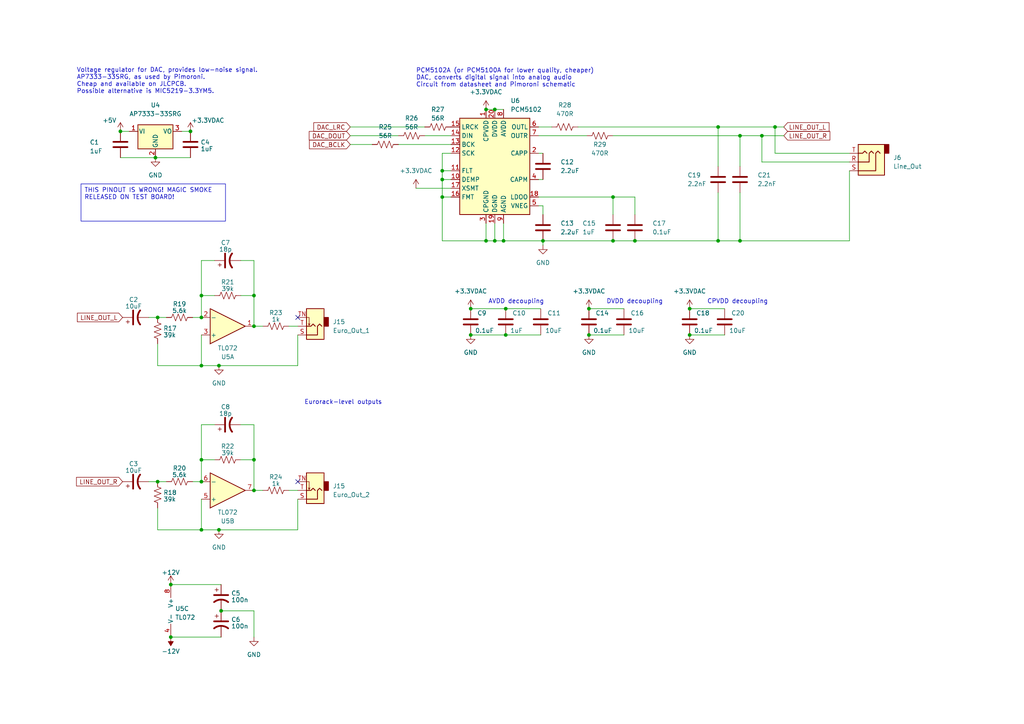
<source format=kicad_sch>
(kicad_sch (version 20230121) (generator eeschema)
  (paper "A4")
  (lib_symbols
    (symbol "Amplifier_Operational:TL072" (pin_names (offset 0.127))
      (property "Reference" "U" (at 0 5.08 0))
      (property "Value" "TL072" (at 0 -5.08 0))
      (symbol "TL072_1_1"
        (polyline (pts (xy -5.08 5.08) (xy 5.08 0) (xy -5.08 -5.08) (xy -5.08 5.08)) (stroke (width 0.254)) (fill (type background)))
        (pin output line (at 7.62 0 180) (length 2.54) (name "~") (number "1"))
        (pin input line (at -7.62 -2.54 0) (length 2.54) (name "-") (number "2"))
        (pin input line (at -7.62 2.54 0) (length 2.54) (name "+") (number "3"))
      )
      (symbol "TL072_2_1"
        (polyline (pts (xy -5.08 5.08) (xy 5.08 0) (xy -5.08 -5.08) (xy -5.08 5.08)) (stroke (width 0.254)) (fill (type background)))
        (pin input line (at -7.62 2.54 0) (length 2.54) (name "+") (number "5"))
        (pin input line (at -7.62 -2.54 0) (length 2.54) (name "-") (number "6"))
        (pin output line (at 7.62 0 180) (length 2.54) (name "~") (number "7"))
      )
      (symbol "TL072_3_1"
        (pin power_in line (at -2.54 -7.62 90) (length 3.81) (name "V-") (number "4"))
        (pin power_in line (at -2.54 7.62 270) (length 3.81) (name "V+") (number "8"))
      )
    )
    (symbol "Audio:PCM5102"
      (property "Reference" "U" (at -10.16 13.97 0))
      (property "Value" "PCM5102" (at 3.81 13.97 0))
      (symbol "PCM5102_0_1"
        (rectangle (start -10.16 12.7) (end 10.16 -15.24) (stroke (width 0.254)) (fill (type background)))
      )
      (symbol "PCM5102_1_1"
        (pin passive line (at -2.54 15.24 270) (length 2.54) (name "CPVDD") (number "1"))
        (pin input line (at -12.7 -5.08 0) (length 2.54) (name "DEMP") (number "10"))
        (pin input line (at -12.7 -2.54 0) (length 2.54) (name "FLT") (number "11"))
        (pin input line (at -12.7 2.54 0) (length 2.54) (name "SCK") (number "12"))
        (pin input line (at -12.7 5.08 0) (length 2.54) (name "BCK") (number "13"))
        (pin input line (at -12.7 7.62 0) (length 2.54) (name "DIN") (number "14"))
        (pin input line (at -12.7 10.16 0) (length 2.54) (name "LRCK") (number "15"))
        (pin input line (at -12.7 -10.16 0) (length 2.54) (name "FMT") (number "16"))
        (pin input line (at -12.7 -7.62 0) (length 2.54) (name "XSMT") (number "17"))
        (pin passive line (at 12.7 -10.16 180) (length 2.54) (name "LDOO") (number "18"))
        (pin power_in line (at 0 -17.78 90) (length 2.54) (name "DGND") (number "19"))
        (pin passive line (at 12.7 2.54 180) (length 2.54) (name "CAPP") (number "2"))
        (pin power_in line (at 0 15.24 270) (length 2.54) (name "DVDD") (number "20"))
        (pin power_in line (at -2.54 -17.78 90) (length 2.54) (name "CPGND") (number "3"))
        (pin passive line (at 12.7 -5.08 180) (length 2.54) (name "CAPM") (number "4"))
        (pin passive line (at 12.7 -12.7 180) (length 2.54) (name "VNEG") (number "5"))
        (pin output line (at 12.7 10.16 180) (length 2.54) (name "OUTL") (number "6"))
        (pin output line (at 12.7 7.62 180) (length 2.54) (name "OUTR") (number "7"))
        (pin power_in line (at 2.54 15.24 270) (length 2.54) (name "AVDD") (number "8"))
        (pin power_in line (at 2.54 -17.78 90) (length 2.54) (name "AGND") (number "9"))
      )
    )
    (symbol "Connector_Audio:AudioJack2_SwitchT"
      (property "Reference" "J" (at 0 8.89 0))
      (property "Value" "AudioJack2_SwitchT" (at 0 6.35 0))
      (symbol "AudioJack2_SwitchT_0_1"
        (rectangle (start -2.54 0) (end -3.81 -2.54) (stroke (width 0.254)) (fill (type outline)))
        (polyline (pts (xy 1.778 -0.254) (xy 2.032 -0.762)))
        (polyline (pts (xy 0 0) (xy 0.635 -0.635) (xy 1.27 0) (xy 2.54 0)) (stroke (width 0.254)))
        (polyline (pts (xy 2.54 -2.54) (xy 1.778 -2.54) (xy 1.778 -0.254) (xy 1.524 -0.762)))
        (polyline (pts (xy 2.54 2.54) (xy -0.635 2.54) (xy -0.635 0) (xy -1.27 -0.635) (xy -1.905 0)) (stroke (width 0.254)))
        (rectangle (start 2.54 3.81) (end -2.54 -5.08) (stroke (width 0.254)) (fill (type background)))
      )
      (symbol "AudioJack2_SwitchT_1_1"
        (pin passive line (at 5.08 2.54 180) (length 2.54) (name "~") (number "S"))
        (pin passive line (at 5.08 0 180) (length 2.54) (name "~") (number "T"))
        (pin passive line (at 5.08 -2.54 180) (length 2.54) (name "~") (number "TN"))
      )
    )
    (symbol "Connector_Audio:AudioJack3"
      (property "Reference" "J" (at 0 8.89 0))
      (property "Value" "AudioJack3" (at 0 6.35 0))
      (symbol "AudioJack3_0_1"
        (rectangle (start -5.08 -5.08) (end -6.35 -2.54) (stroke (width 0.254)) (fill (type outline)))
        (polyline (pts (xy 0 -2.54) (xy 0.635 -3.175) (xy 1.27 -2.54) (xy 2.54 -2.54)) (stroke (width 0.254)))
        (polyline (pts (xy -1.905 -2.54) (xy -1.27 -3.175) (xy -0.635 -2.54) (xy -0.635 0) (xy 2.54 0)) (stroke (width 0.254)))
        (polyline (pts (xy 2.54 2.54) (xy -2.54 2.54) (xy -2.54 -2.54) (xy -3.175 -3.175) (xy -3.81 -2.54)) (stroke (width 0.254)))
        (rectangle (start 2.54 3.81) (end -5.08 -5.08) (stroke (width 0.254)) (fill (type background)))
      )
      (symbol "AudioJack3_1_1"
        (pin passive line (at 5.08 0 180) (length 2.54) (name "~") (number "R"))
        (pin passive line (at 5.08 2.54 180) (length 2.54) (name "~") (number "S"))
        (pin passive line (at 5.08 -2.54 180) (length 2.54) (name "~") (number "T"))
      )
    )
    (symbol "Device:C" (pin_numbers hide) (pin_names (offset 0.254))
      (property "Reference" "C" (at 0.635 2.54 0))
      (property "Value" "C" (at 0.635 -2.54 0))
      (symbol "C_0_1"
        (polyline (pts (xy -2.032 -0.762) (xy 2.032 -0.762)) (stroke (width 0.508)))
        (polyline (pts (xy -2.032 0.762) (xy 2.032 0.762)) (stroke (width 0.508)))
      )
      (symbol "C_1_1"
        (pin passive line (at 0 3.81 270) (length 2.794) (name "~") (number "1"))
        (pin passive line (at 0 -3.81 90) (length 2.794) (name "~") (number "2"))
      )
    )
    (symbol "Device:C_Polarized_US" (pin_numbers hide) (pin_names (offset 0.254) hide)
      (property "Reference" "C" (at 0.635 2.54 0))
      (property "Value" "C_Polarized_US" (at 0.635 -2.54 0))
      (symbol "C_Polarized_US_0_1"
        (polyline (pts (xy -2.032 0.762) (xy 2.032 0.762)) (stroke (width 0.508)))
        (polyline (pts (xy -1.778 2.286) (xy -0.762 2.286)))
        (polyline (pts (xy -1.27 1.778) (xy -1.27 2.794)))
        (arc (start 2.032 -1.27) (mid 0 -0.5572) (end -2.032 -1.27) (stroke (width 0.508)))
      )
      (symbol "C_Polarized_US_1_1"
        (pin passive line (at 0 3.81 270) (length 2.794) (name "~") (number "1"))
        (pin passive line (at 0 -3.81 90) (length 3.302) (name "~") (number "2"))
      )
    )
    (symbol "Device:R_US" (pin_numbers hide) (pin_names (offset 0))
      (property "Reference" "R" (at 2.54 0 90))
      (property "Value" "R_US" (at -2.54 0 90))
      (symbol "R_US_0_1"
        (polyline (pts (xy 0 -2.286) (xy 0 -2.54)))
        (polyline (pts (xy 0 2.286) (xy 0 2.54)))
        (polyline (pts (xy 0 -0.762) (xy 1.016 -1.143) (xy 0 -1.524) (xy -1.016 -1.905) (xy 0 -2.286)))
        (polyline (pts (xy 0 0.762) (xy 1.016 0.381) (xy 0 0) (xy -1.016 -0.381) (xy 0 -0.762)))
        (polyline (pts (xy 0 2.286) (xy 1.016 1.905) (xy 0 1.524) (xy -1.016 1.143) (xy 0 0.762)))
      )
      (symbol "R_US_1_1"
        (pin passive line (at 0 3.81 270) (length 1.27) (name "~") (number "1"))
        (pin passive line (at 0 -3.81 90) (length 1.27) (name "~") (number "2"))
      )
    )
    (symbol "Regulator_Linear:SPX2920M3-3.3_SOT223" (pin_names (offset 0.254))
      (property "Reference" "U" (at -3.81 3.175 0))
      (property "Value" "SPX2920M3-3.3_SOT223" (at 0 3.175 0))
      (symbol "SPX2920M3-3.3_SOT223_0_1"
        (rectangle (start -5.08 -5.08) (end 5.08 1.905) (stroke (width 0.254)) (fill (type background)))
      )
      (symbol "SPX2920M3-3.3_SOT223_1_1"
        (pin power_in line (at -7.62 0 0) (length 2.54) (name "VI") (number "1"))
        (pin power_in line (at 0 -7.62 90) (length 2.54) (name "GND") (number "2"))
        (pin power_out line (at 7.62 0 180) (length 2.54) (name "VO") (number "3"))
      )
    )
    (symbol "power:+12V" (power) (pin_names (offset 0))
      (property "Value" "+12V" (at 0 3.556 0))
      (symbol "+12V_0_1"
        (polyline (pts (xy -0.762 1.27) (xy 0 2.54)))
        (polyline (pts (xy 0 0) (xy 0 2.54)))
        (polyline (pts (xy 0 2.54) (xy 0.762 1.27)))
      )
      (symbol "+12V_1_1"
        (pin power_in line (at 0 0 90) (length 0) hide (name "+12V") (number "1"))
      )
    )
    (symbol "power:+3.3VDAC" (power) (pin_names (offset 0))
      (property "Value" "+3.3VDAC" (at 0 2.54 0))
      (symbol "+3.3VDAC_0_0"
        (pin power_in line (at 0 0 90) (length 0) hide (name "+3.3VDAC") (number "1"))
      )
      (symbol "+3.3VDAC_0_1"
        (polyline (pts (xy -0.762 1.27) (xy 0 2.54)))
        (polyline (pts (xy 0 0) (xy 0 2.54)))
        (polyline (pts (xy 0 2.54) (xy 0.762 1.27)))
      )
    )
    (symbol "power:+5V" (power) (pin_names (offset 0))
      (property "Value" "+5V" (at 0 3.556 0))
      (symbol "+5V_0_1"
        (polyline (pts (xy -0.762 1.27) (xy 0 2.54)))
        (polyline (pts (xy 0 0) (xy 0 2.54)))
        (polyline (pts (xy 0 2.54) (xy 0.762 1.27)))
      )
      (symbol "+5V_1_1"
        (pin power_in line (at 0 0 90) (length 0) hide (name "+5V") (number "1"))
      )
    )
    (symbol "power:-12V" (power) (pin_names (offset 0))
      (property "Value" "-12V" (at 0 3.81 0))
      (symbol "-12V_0_0"
        (pin power_in line (at 0 0 90) (length 0) hide (name "-12V") (number "1"))
      )
      (symbol "-12V_0_1"
        (polyline (pts (xy 0 0) (xy 0 1.27) (xy 0.762 1.27) (xy 0 2.54) (xy -0.762 1.27) (xy 0 1.27)) (fill (type outline)))
      )
    )
    (symbol "power:GND" (power) (pin_names (offset 0))
      (property "Value" "GND" (at 0 -3.81 0))
      (symbol "GND_0_1"
        (polyline (pts (xy 0 0) (xy 0 -1.27) (xy 1.27 -1.27) (xy 0 -2.54) (xy -1.27 -1.27) (xy 0 -1.27)))
      )
      (symbol "GND_1_1"
        (pin power_in line (at 0 0 270) (length 0) hide (name "GND") (number "1"))
      )
    )
  )
  (junction (at 146.685 89.535))
  (junction (at 208.28 69.85))
  (junction (at 140.97 31.75))
  (junction (at 208.28 36.83))
  (junction (at 34.925 38.1))
  (junction (at 136.525 97.155))
  (junction (at 63.5 153.67))
  (junction (at 73.66 142.24))
  (junction (at 200.025 89.535))
  (junction (at 136.525 89.535))
  (junction (at 73.66 85.725))
  (junction (at 128.27 49.53))
  (junction (at 128.27 52.07))
  (junction (at 170.815 97.155))
  (junction (at 170.815 89.535))
  (junction (at 128.27 57.15))
  (junction (at 214.63 69.85))
  (junction (at 177.8 57.15))
  (junction (at 58.42 106.045))
  (junction (at 224.79 36.83))
  (junction (at 214.63 39.37))
  (junction (at 140.97 69.85))
  (junction (at 49.53 169.545))
  (junction (at 200.025 97.155))
  (junction (at 184.15 69.85))
  (junction (at 146.05 69.85))
  (junction (at 58.42 133.35))
  (junction (at 58.42 139.7))
  (junction (at 157.48 69.85))
  (junction (at 45.085 45.72))
  (junction (at 73.66 94.615))
  (junction (at 220.98 39.37))
  (junction (at 177.8 69.85))
  (junction (at 45.72 139.7))
  (junction (at 58.42 85.725))
  (junction (at 55.245 38.1))
  (junction (at 58.42 92.075))
  (junction (at 143.51 69.85))
  (junction (at 64.135 177.165))
  (junction (at 63.5 106.045))
  (junction (at 45.72 92.075))
  (junction (at 49.53 184.785))
  (junction (at 58.42 153.67))
  (junction (at 143.51 31.75))
  (junction (at 73.66 133.35))
  (junction (at 146.685 97.155))
  (no_connect (at 86.36 92.075))
  (no_connect (at 86.36 139.7))
  (wire (pts (xy 177.8 57.15) (xy 184.15 57.15)))
  (wire (pts (xy 200.025 97.155) (xy 210.185 97.155)))
  (wire (pts (xy 58.42 133.35) (xy 58.42 123.19)))
  (wire (pts (xy 69.85 123.19) (xy 73.66 123.19)))
  (wire (pts (xy 58.42 97.155) (xy 58.42 106.045)))
  (wire (pts (xy 115.57 41.91) (xy 130.81 41.91)))
  (wire (pts (xy 45.72 153.67) (xy 58.42 153.67)))
  (wire (pts (xy 58.42 92.075) (xy 58.42 85.725)))
  (wire (pts (xy 73.66 142.24) (xy 76.2 142.24)))
  (wire (pts (xy 143.51 69.85) (xy 146.05 69.85)))
  (wire (pts (xy 170.815 97.155) (xy 180.975 97.155)))
  (wire (pts (xy 128.27 49.53) (xy 128.27 52.07)))
  (wire (pts (xy 73.66 94.615) (xy 76.2 94.615)))
  (wire (pts (xy 136.525 97.155) (xy 146.685 97.155)))
  (wire (pts (xy 200.025 89.535) (xy 210.185 89.535)))
  (wire (pts (xy 58.42 133.35) (xy 62.23 133.35)))
  (wire (pts (xy 214.63 39.37) (xy 220.98 39.37)))
  (wire (pts (xy 101.6 39.37) (xy 115.57 39.37)))
  (wire (pts (xy 157.48 69.85) (xy 157.48 71.12)))
  (wire (pts (xy 208.28 69.85) (xy 214.63 69.85)))
  (wire (pts (xy 156.21 36.83) (xy 160.02 36.83)))
  (wire (pts (xy 73.66 133.35) (xy 73.66 142.24)))
  (wire (pts (xy 34.925 38.1) (xy 37.465 38.1)))
  (wire (pts (xy 224.79 36.83) (xy 224.79 44.45)))
  (wire (pts (xy 184.15 69.85) (xy 208.28 69.85)))
  (wire (pts (xy 146.685 89.535) (xy 156.845 89.535)))
  (wire (pts (xy 128.27 69.85) (xy 140.97 69.85)))
  (wire (pts (xy 69.85 85.725) (xy 73.66 85.725)))
  (wire (pts (xy 58.42 144.78) (xy 58.42 153.67)))
  (wire (pts (xy 73.66 123.19) (xy 73.66 133.35)))
  (wire (pts (xy 45.72 92.075) (xy 48.26 92.075)))
  (wire (pts (xy 49.53 184.785) (xy 64.135 184.785)))
  (wire (pts (xy 45.72 106.045) (xy 58.42 106.045)))
  (wire (pts (xy 83.82 142.24) (xy 86.36 142.24)))
  (wire (pts (xy 156.21 52.07) (xy 157.48 52.07)))
  (wire (pts (xy 58.42 85.725) (xy 62.23 85.725)))
  (wire (pts (xy 58.42 123.19) (xy 62.23 123.19)))
  (wire (pts (xy 58.42 106.045) (xy 63.5 106.045)))
  (wire (pts (xy 73.66 85.725) (xy 73.66 94.615)))
  (wire (pts (xy 69.85 133.35) (xy 73.66 133.35)))
  (wire (pts (xy 73.66 177.165) (xy 73.66 184.785)))
  (wire (pts (xy 214.63 69.85) (xy 246.38 69.85)))
  (wire (pts (xy 177.8 39.37) (xy 214.63 39.37)))
  (wire (pts (xy 63.5 106.045) (xy 86.36 106.045)))
  (wire (pts (xy 167.64 36.83) (xy 208.28 36.83)))
  (wire (pts (xy 128.27 49.53) (xy 130.81 49.53)))
  (wire (pts (xy 63.5 153.67) (xy 86.36 153.67)))
  (wire (pts (xy 220.98 46.99) (xy 246.38 46.99)))
  (wire (pts (xy 128.27 52.07) (xy 128.27 57.15)))
  (wire (pts (xy 246.38 69.85) (xy 246.38 49.53)))
  (wire (pts (xy 73.66 75.565) (xy 73.66 85.725)))
  (wire (pts (xy 143.51 64.77) (xy 143.51 69.85)))
  (wire (pts (xy 86.36 153.67) (xy 86.36 144.78)))
  (wire (pts (xy 64.135 177.165) (xy 73.66 177.165)))
  (wire (pts (xy 34.925 45.72) (xy 45.085 45.72)))
  (wire (pts (xy 101.6 36.83) (xy 123.19 36.83)))
  (wire (pts (xy 49.53 169.545) (xy 64.135 169.545)))
  (wire (pts (xy 208.28 36.83) (xy 224.79 36.83)))
  (wire (pts (xy 45.085 45.72) (xy 55.245 45.72)))
  (wire (pts (xy 220.98 39.37) (xy 220.98 46.99)))
  (wire (pts (xy 128.27 44.45) (xy 128.27 49.53)))
  (wire (pts (xy 170.815 89.535) (xy 180.975 89.535)))
  (wire (pts (xy 184.15 57.15) (xy 184.15 62.23)))
  (wire (pts (xy 140.97 64.77) (xy 140.97 69.85)))
  (wire (pts (xy 43.18 139.7) (xy 45.72 139.7)))
  (wire (pts (xy 143.51 31.75) (xy 146.05 31.75)))
  (wire (pts (xy 146.05 69.85) (xy 157.48 69.85)))
  (wire (pts (xy 156.21 44.45) (xy 157.48 44.45)))
  (wire (pts (xy 128.27 57.15) (xy 130.81 57.15)))
  (wire (pts (xy 208.28 55.88) (xy 208.28 69.85)))
  (wire (pts (xy 220.98 39.37) (xy 227.33 39.37)))
  (wire (pts (xy 156.21 39.37) (xy 170.18 39.37)))
  (wire (pts (xy 120.65 54.61) (xy 130.81 54.61)))
  (wire (pts (xy 83.82 94.615) (xy 86.36 94.615)))
  (wire (pts (xy 140.97 69.85) (xy 143.51 69.85)))
  (wire (pts (xy 157.48 59.69) (xy 157.48 62.23)))
  (wire (pts (xy 86.36 106.045) (xy 86.36 97.155)))
  (wire (pts (xy 128.27 52.07) (xy 130.81 52.07)))
  (wire (pts (xy 55.88 139.7) (xy 58.42 139.7)))
  (wire (pts (xy 156.21 59.69) (xy 157.48 59.69)))
  (wire (pts (xy 55.88 92.075) (xy 58.42 92.075)))
  (wire (pts (xy 156.21 57.15) (xy 177.8 57.15)))
  (wire (pts (xy 136.525 89.535) (xy 146.685 89.535)))
  (wire (pts (xy 208.28 36.83) (xy 208.28 48.26)))
  (wire (pts (xy 58.42 139.7) (xy 58.42 133.35)))
  (wire (pts (xy 130.81 44.45) (xy 128.27 44.45)))
  (wire (pts (xy 58.42 75.565) (xy 62.23 75.565)))
  (wire (pts (xy 128.27 57.15) (xy 128.27 69.85)))
  (wire (pts (xy 69.85 75.565) (xy 73.66 75.565)))
  (wire (pts (xy 58.42 153.67) (xy 63.5 153.67)))
  (wire (pts (xy 214.63 69.85) (xy 214.63 55.88)))
  (wire (pts (xy 140.97 31.75) (xy 143.51 31.75)))
  (wire (pts (xy 52.705 38.1) (xy 55.245 38.1)))
  (wire (pts (xy 146.685 97.155) (xy 156.845 97.155)))
  (wire (pts (xy 214.63 39.37) (xy 214.63 48.26)))
  (wire (pts (xy 177.8 57.15) (xy 177.8 62.23)))
  (wire (pts (xy 146.05 64.77) (xy 146.05 69.85)))
  (wire (pts (xy 157.48 69.85) (xy 177.8 69.85)))
  (wire (pts (xy 58.42 85.725) (xy 58.42 75.565)))
  (wire (pts (xy 224.79 44.45) (xy 246.38 44.45)))
  (wire (pts (xy 43.18 92.075) (xy 45.72 92.075)))
  (wire (pts (xy 177.8 69.85) (xy 184.15 69.85)))
  (wire (pts (xy 45.72 139.7) (xy 48.26 139.7)))
  (wire (pts (xy 45.72 147.32) (xy 45.72 153.67)))
  (wire (pts (xy 101.6 41.91) (xy 107.95 41.91)))
  (wire (pts (xy 224.79 36.83) (xy 227.33 36.83)))
  (wire (pts (xy 45.72 99.695) (xy 45.72 106.045)))
  (wire (pts (xy 123.19 39.37) (xy 130.81 39.37)))
  (text_box "THIS PINOUT IS WRONG! MAGIC SMOKE RELEASED ON TEST BOARD!" (at 23.495 53.34 0) (size 41.91 10.795) (effects (font (size 1.27 1.27)) (justify left top)))
  (text "AVDD decoupling" (at 141.605 88.265 0) (effects (font (size 1.27 1.27)) (justify left bottom)))
  (text "PCM5102A (or PCM5100A for lower quality, cheaper)\nDAC, converts digital signal into analog audio\nCircuit from datasheet and Pimoroni schematic" (at 120.65 25.4 0) (effects (font (size 1.27 1.27)) (justify left bottom)))
  (text "CPVDD decoupling" (at 205.105 88.265 0) (effects (font (size 1.27 1.27)) (justify left bottom)))
  (text "Voltage regulator for DAC, provides low-noise signal.\nAP7333-33SRG, as used by Pimoroni.\nCheap and available on JLCPCB.\nPossible alternative is MIC5219-3.3YM5." (at 22.225 27.305 0) (effects (font (size 1.27 1.27)) (justify left bottom)))
  (text "DVDD decoupling" (at 175.895 88.265 0) (effects (font (size 1.27 1.27)) (justify left bottom)))
  (text "Eurorack-level outputs" (at 88.265 117.475 0) (effects (font (size 1.27 1.27)) (justify left bottom)))
  (global_label "LINE_OUT_L" (shape input) (at 227.33 36.83 0) (property "Intersheetrefs" "${INTERSHEET_REFS}" (effects hide)))
  (global_label "LINE_OUT_R" (shape input) (at 35.56 139.7 180) (property "Intersheetrefs" "${INTERSHEET_REFS}" (effects hide)))
  (global_label "DAC_DOUT" (shape input) (at 101.6 39.37 180) (property "Intersheetrefs" "${INTERSHEET_REFS}" (effects hide)))
  (global_label "DAC_BCLK" (shape input) (at 101.6 41.91 180) (property "Intersheetrefs" "${INTERSHEET_REFS}" (effects hide)))
  (global_label "DAC_LRC" (shape input) (at 101.6 36.83 180) (property "Intersheetrefs" "${INTERSHEET_REFS}" (effects hide)))
  (global_label "LINE_OUT_L" (shape input) (at 35.56 92.075 180) (property "Intersheetrefs" "${INTERSHEET_REFS}" (effects hide)))
  (global_label "LINE_OUT_R" (shape input) (at 227.33 39.37 0) (property "Intersheetrefs" "${INTERSHEET_REFS}" (effects hide)))
  (symbol (lib_id "Device:R_US") (at 45.72 143.51 0) (unit 1)
    (property "Reference" "R18" (at 47.371 142.8663 0) (effects (justify left)))
    (property "Value" "39k" (at 47.371 144.7873 0) (effects (justify left)))
    (property "Footprint" "Resistor_SMD:R_0603_1608Metric" (effects hide))
  )
  (symbol (lib_id "Device:C") (at 146.685 93.345 0) (unit 1)
    (property "Reference" "C10" (at 148.59 90.805 0) (effects (justify left)))
    (property "Value" "1uF" (at 147.955 95.885 0) (effects (justify left)))
    (property "Footprint" "Capacitor_SMD:C_0603_1608Metric" (effects hide))
  )
  (symbol (lib_id "Device:R_US") (at 52.07 139.7 90) (unit 1)
    (property "Reference" "R20" (at 52.07 135.8011 90))
    (property "Value" "5.6k" (at 52.07 137.7221 90))
    (property "Footprint" "Resistor_SMD:R_0603_1608Metric" (effects hide))
  )
  (symbol (lib_id "Device:C") (at 180.975 93.345 0) (unit 1)
    (property "Reference" "C16" (at 182.88 90.805 0) (effects (justify left)))
    (property "Value" "10uF" (at 182.245 95.885 0) (effects (justify left)))
    (property "Footprint" "Capacitor_SMD:C_0603_1608Metric" (effects hide))
  )
  (symbol (lib_id "Device:C_Polarized_US") (at 64.135 173.355 0) (unit 1)
    (property "Reference" "C5" (at 67.056 172.0763 0) (effects (justify left)))
    (property "Value" "100n" (at 67.056 173.9973 0) (effects (justify left)))
    (property "Footprint" "Capacitor_SMD:C_0603_1608Metric" (effects hide))
  )
  (symbol (lib_id "Device:C") (at 55.245 41.91 0) (unit 1)
    (property "Reference" "C4" (at 58.166 41.2663 0) (effects (justify left)))
    (property "Value" "1uF" (at 58.166 43.1873 0) (effects (justify left)))
    (property "Footprint" "Capacitor_SMD:C_0603_1608Metric" (effects hide))
  )
  (symbol (lib_id "power:GND") (at 45.085 45.72 0) (unit 1)
    (property "Reference" "#PWR017" (effects hide))
    (property "Value" "GND" (at 45.085 50.8 0))
  )
  (symbol (lib_id "power:+5V") (at 34.925 38.1 0) (unit 1)
    (property "Reference" "#PWR016" (effects hide))
    (property "Value" "+5V" (at 31.75 34.925 0))
  )
  (symbol (lib_id "Audio:PCM5102") (at 143.51 46.99 0) (unit 1)
    (property "Reference" "U6" (at 148.0694 29.21 0) (effects (justify left)))
    (property "Value" "PCM5102" (at 148.0694 31.75 0) (effects (justify left)))
    (property "Footprint" "Package_SO:TSSOP-20_4.4x6.5mm_P0.65mm" (effects hide))
    (property "Datasheet" "http://www.ti.com/lit/ds/symlink/pcm5102.pdf" (effects hide))
  )
  (symbol (lib_id "Connector_Audio:AudioJack2_SwitchT") (at 91.44 94.615 180) (unit 1)
    (property "Reference" "J15" (at 96.52 93.345 0) (effects (justify right)))
    (property "Value" "Euro_Out_1" (at 96.52 95.885 0) (effects (justify right)))
    (property "Footprint" "Library:Jack_3.5mm_QingPu_WQP-PJ398SM_Vertical_Labelled" (effects hide))
    (instances (project "dk2_01" (path "" (reference "J15") (unit 1)) (path "" (reference "J23") (unit 1)) (path "" (reference "J4") (unit 1))))
  )
  (symbol (lib_id "Connector_Audio:AudioJack3") (at 251.46 46.99 180) (unit 1)
    (property "Reference" "J6" (at 259.08 45.72 0) (effects (justify right)))
    (property "Value" "Line_Out" (at 259.08 48.26 0) (effects (justify right)))
    (property "Footprint" "Library:Jack_3.5mm_QingPu_WQP-PJ366ST_Vertical_Labelled" (effects hide))
  )
  (symbol (lib_id "Device:C") (at 177.8 66.04 0) (unit 1)
    (property "Reference" "C15" (at 168.91 64.77 0) (effects (justify left)))
    (property "Value" "1uF" (at 168.91 67.31 0) (effects (justify left)))
    (property "Footprint" "Capacitor_SMD:C_0603_1608Metric" (effects hide))
  )
  (symbol (lib_id "power:+12V") (at 49.53 169.545 0) (unit 1)
    (property "Reference" "#PWR018" (effects hide))
    (property "Value" "+12V" (at 49.53 166.0431 0))
  )
  (symbol (lib_id "Device:C") (at 156.845 93.345 0) (unit 1)
    (property "Reference" "C11" (at 158.75 90.805 0) (effects (justify left)))
    (property "Value" "10uF" (at 158.115 95.885 0) (effects (justify left)))
    (property "Footprint" "Capacitor_SMD:C_0603_1608Metric" (effects hide))
  )
  (symbol (lib_id "power:GND") (at 170.815 97.155 0) (unit 1)
    (property "Reference" "#PWR030" (effects hide))
    (property "Value" "GND" (at 170.815 102.235 0))
  )
  (symbol (lib_id "power:GND") (at 200.025 97.155 0) (unit 1)
    (property "Reference" "#PWR032" (effects hide))
    (property "Value" "GND" (at 200.025 102.235 0))
  )
  (symbol (lib_id "power:+3.3VDAC") (at 200.025 89.535 0) (unit 1)
    (property "Reference" "#PWR031" (effects hide))
    (property "Value" "+3.3VDAC" (at 200.025 84.455 0))
  )
  (symbol (lib_id "Device:C") (at 214.63 52.07 0) (unit 1)
    (property "Reference" "C21" (at 219.71 50.7999 0) (effects (justify left)))
    (property "Value" "2.2nF" (at 219.71 53.3399 0) (effects (justify left)))
    (property "Footprint" "Capacitor_SMD:C_0603_1608Metric" (effects hide))
  )
  (symbol (lib_id "Amplifier_Operational:TL072") (at 52.07 177.165 0) (unit 3)
    (property "Reference" "U5" (at 50.8 176.53 0) (effects (justify left)))
    (property "Value" "TL072" (at 50.8 179.07 0) (effects (justify left)))
    (property "Footprint" "Package_SO:SOIC-8_3.9x4.9mm_P1.27mm" (effects hide))
    (property "Datasheet" "http://www.ti.com/lit/ds/symlink/tl071.pdf" (effects hide))
  )
  (symbol (lib_id "Device:R_US") (at 80.01 94.615 90) (unit 1)
    (property "Reference" "R23" (at 80.01 90.7161 90))
    (property "Value" "1k" (at 80.01 92.6371 90))
    (property "Footprint" "Resistor_SMD:R_0603_1608Metric" (effects hide))
  )
  (symbol (lib_id "Device:C") (at 157.48 48.26 0) (unit 1)
    (property "Reference" "C12" (at 162.56 46.9899 0) (effects (justify left)))
    (property "Value" "2.2uF" (at 162.56 49.5299 0) (effects (justify left)))
    (property "Footprint" "Capacitor_SMD:C_0603_1608Metric" (effects hide))
  )
  (symbol (lib_id "Device:R_US") (at 52.07 92.075 90) (unit 1)
    (property "Reference" "R19" (at 52.07 88.1761 90))
    (property "Value" "5.6k" (at 52.07 90.0971 90))
    (property "Footprint" "Resistor_SMD:R_0603_1608Metric" (effects hide))
  )
  (symbol (lib_id "power:+3.3VDAC") (at 120.65 54.61 0) (unit 1)
    (property "Reference" "#PWR024" (effects hide))
    (property "Value" "+3.3VDAC" (at 120.65 49.53 0))
  )
  (symbol (lib_id "Device:C_Polarized_US") (at 39.37 139.7 90) (unit 1)
    (property "Reference" "C3" (at 38.735 134.5311 90))
    (property "Value" "10uF" (at 38.735 136.4521 90))
    (property "Footprint" "Capacitor_SMD:C_0603_1608Metric" (effects hide))
  )
  (symbol (lib_id "power:+3.3VDAC") (at 55.245 38.1 0) (unit 1)
    (property "Reference" "#PWR020" (effects hide))
    (property "Value" "+3.3VDAC" (at 60.325 34.925 0))
  )
  (symbol (lib_id "Device:C") (at 210.185 93.345 0) (unit 1)
    (property "Reference" "C20" (at 212.09 90.805 0) (effects (justify left)))
    (property "Value" "10uF" (at 211.455 95.885 0) (effects (justify left)))
    (property "Footprint" "Capacitor_SMD:C_0603_1608Metric" (effects hide))
  )
  (symbol (lib_id "Device:C") (at 200.025 93.345 0) (unit 1)
    (property "Reference" "C18" (at 201.93 90.805 0) (effects (justify left)))
    (property "Value" "0.1uF" (at 201.295 95.885 0) (effects (justify left)))
    (property "Footprint" "Capacitor_SMD:C_0603_1608Metric" (effects hide))
  )
  (symbol (lib_id "power:+3.3VDAC") (at 140.97 31.75 0) (unit 1)
    (property "Reference" "#PWR027" (effects hide))
    (property "Value" "+3.3VDAC" (at 140.97 26.67 0))
  )
  (symbol (lib_id "power:-12V") (at 49.53 184.785 180) (unit 1)
    (property "Reference" "#PWR019" (effects hide))
    (property "Value" "-12V" (at 49.53 188.9205 0))
  )
  (symbol (lib_id "Device:C") (at 34.925 41.91 0) (unit 1)
    (property "Reference" "C1" (at 26.035 41.275 0) (effects (justify left)))
    (property "Value" "1uF" (at 26.035 43.815 0) (effects (justify left)))
    (property "Footprint" "Capacitor_SMD:C_0603_1608Metric" (effects hide))
  )
  (symbol (lib_id "Amplifier_Operational:TL072") (at 66.04 142.24 0) (mirror x) (unit 2)
    (property "Reference" "U5" (at 66.04 151.13 0))
    (property "Value" "TL072" (at 66.04 148.59 0))
    (property "Footprint" "Package_SO:SOIC-8_3.9x4.9mm_P1.27mm" (effects hide))
    (property "Datasheet" "http://www.ti.com/lit/ds/symlink/tl071.pdf" (effects hide))
  )
  (symbol (lib_id "Device:R_US") (at 80.01 142.24 90) (unit 1)
    (property "Reference" "R24" (at 80.01 138.3411 90))
    (property "Value" "1k" (at 80.01 140.2621 90))
    (property "Footprint" "Resistor_SMD:R_0603_1608Metric" (effects hide))
  )
  (symbol (lib_id "Device:R_US") (at 173.99 39.37 90) (unit 1)
    (property "Reference" "R29" (at 173.99 41.91 90))
    (property "Value" "470R" (at 173.99 44.45 90))
    (property "Footprint" "Resistor_SMD:R_0603_1608Metric" (effects hide))
  )
  (symbol (lib_id "power:GND") (at 73.66 184.785 0) (unit 1)
    (property "Reference" "#PWR023" (effects hide))
    (property "Value" "GND" (at 73.66 189.865 0))
  )
  (symbol (lib_id "Connector_Audio:AudioJack2_SwitchT") (at 91.44 142.24 180) (unit 1)
    (property "Reference" "J15" (at 96.52 140.97 0) (effects (justify right)))
    (property "Value" "Euro_Out_2" (at 96.52 143.51 0) (effects (justify right)))
    (property "Footprint" "Library:Jack_3.5mm_QingPu_WQP-PJ398SM_Vertical_Labelled" (effects hide))
    (instances (project "dk2_01" (path "" (reference "J15") (unit 1)) (path "" (reference "J23") (unit 1)) (path "" (reference "J5") (unit 1))))
  )
  (symbol (lib_id "Device:C_Polarized_US") (at 39.37 92.075 90) (unit 1)
    (property "Reference" "C2" (at 38.735 86.9061 90))
    (property "Value" "10uF" (at 38.735 88.8271 90))
    (property "Footprint" "Capacitor_SMD:C_0603_1608Metric" (effects hide))
  )
  (symbol (lib_id "power:GND") (at 63.5 106.045 0) (unit 1)
    (property "Reference" "#PWR021" (effects hide))
    (property "Value" "GND" (at 63.5 111.125 0))
  )
  (symbol (lib_id "Device:C_Polarized_US") (at 66.04 75.565 90) (unit 1)
    (property "Reference" "C7" (at 65.405 70.3961 90))
    (property "Value" "18p" (at 65.405 72.3171 90))
    (property "Footprint" "Capacitor_SMD:C_0603_1608Metric" (effects hide))
  )
  (symbol (lib_id "Device:C_Polarized_US") (at 64.135 180.975 0) (unit 1)
    (property "Reference" "C6" (at 67.056 179.6963 0) (effects (justify left)))
    (property "Value" "100n" (at 67.056 181.6173 0) (effects (justify left)))
    (property "Footprint" "Capacitor_SMD:C_0603_1608Metric" (effects hide))
  )
  (symbol (lib_id "power:+3.3VDAC") (at 136.525 89.535 0) (unit 1)
    (property "Reference" "#PWR025" (effects hide))
    (property "Value" "+3.3VDAC" (at 136.525 84.455 0))
  )
  (symbol (lib_id "Device:R_US") (at 163.83 36.83 90) (unit 1)
    (property "Reference" "R28" (at 163.83 30.48 90))
    (property "Value" "470R" (at 163.83 33.02 90))
    (property "Footprint" "Resistor_SMD:R_0603_1608Metric" (effects hide))
  )
  (symbol (lib_id "power:GND") (at 63.5 153.67 0) (unit 1)
    (property "Reference" "#PWR022" (effects hide))
    (property "Value" "GND" (at 63.5 158.75 0))
  )
  (symbol (lib_id "Device:R_US") (at 119.38 39.37 90) (unit 1)
    (property "Reference" "R26" (at 119.38 34.29 90))
    (property "Value" "56R" (at 119.38 36.83 90))
    (property "Footprint" "Resistor_SMD:R_0603_1608Metric" (effects hide))
  )
  (symbol (lib_id "Device:R_US") (at 66.04 133.35 90) (unit 1)
    (property "Reference" "R22" (at 66.04 129.4511 90))
    (property "Value" "39k" (at 66.04 131.3721 90))
    (property "Footprint" "Resistor_SMD:R_0603_1608Metric" (effects hide))
  )
  (symbol (lib_id "power:GND") (at 157.48 71.12 0) (unit 1)
    (property "Reference" "#PWR028" (effects hide))
    (property "Value" "GND" (at 157.48 76.2 0))
  )
  (symbol (lib_id "Device:C") (at 170.815 93.345 0) (unit 1)
    (property "Reference" "C14" (at 172.72 90.805 0) (effects (justify left)))
    (property "Value" "0.1uF" (at 172.085 95.885 0) (effects (justify left)))
    (property "Footprint" "Capacitor_SMD:C_0603_1608Metric" (effects hide))
  )
  (symbol (lib_id "Device:R_US") (at 127 36.83 90) (unit 1)
    (property "Reference" "R27" (at 127 31.75 90))
    (property "Value" "56R" (at 127 34.29 90))
    (property "Footprint" "Resistor_SMD:R_0603_1608Metric" (effects hide))
  )
  (symbol (lib_id "Device:C") (at 184.15 66.04 0) (unit 1)
    (property "Reference" "C17" (at 189.23 64.7699 0) (effects (justify left)))
    (property "Value" "0.1uF" (at 189.23 67.3099 0) (effects (justify left)))
    (property "Footprint" "Capacitor_SMD:C_0603_1608Metric" (effects hide))
  )
  (symbol (lib_id "Device:C") (at 208.28 52.07 0) (unit 1)
    (property "Reference" "C19" (at 199.39 50.8 0) (effects (justify left)))
    (property "Value" "2.2nF" (at 199.39 53.34 0) (effects (justify left)))
    (property "Footprint" "Capacitor_SMD:C_0603_1608Metric" (effects hide))
  )
  (symbol (lib_id "Regulator_Linear:SPX2920M3-3.3_SOT223") (at 45.085 38.1 0) (unit 1)
    (property "Reference" "U4" (at 45.085 30.48 0))
    (property "Value" "AP7333-33SRG" (at 45.085 33.02 0))
    (property "Footprint" "Package_TO_SOT_SMD:SOT-23" (effects hide))
    (property "Datasheet" "http://www.zlgmcu.com/Sipex/LDO/PDF/spx2920.pdf" (effects hide))
  )
  (symbol (lib_id "Device:R_US") (at 111.76 41.91 90) (unit 1)
    (property "Reference" "R25" (at 111.76 36.83 90))
    (property "Value" "56R" (at 111.76 39.37 90))
    (property "Footprint" "Resistor_SMD:R_0603_1608Metric" (effects hide))
  )
  (symbol (lib_id "Device:C") (at 157.48 66.04 0) (unit 1)
    (property "Reference" "C13" (at 162.56 64.7699 0) (effects (justify left)))
    (property "Value" "2.2uF" (at 162.56 67.3099 0) (effects (justify left)))
    (property "Footprint" "Capacitor_SMD:C_0603_1608Metric" (effects hide))
  )
  (symbol (lib_id "Device:C") (at 136.525 93.345 0) (unit 1)
    (property "Reference" "C9" (at 138.43 90.805 0) (effects (justify left)))
    (property "Value" "0.1uF" (at 137.795 95.885 0) (effects (justify left)))
    (property "Footprint" "Capacitor_SMD:C_0603_1608Metric" (effects hide))
  )
  (symbol (lib_id "Amplifier_Operational:TL072") (at 66.04 94.615 0) (mirror x) (unit 1)
    (property "Reference" "U5" (at 66.04 103.505 0))
    (property "Value" "TL072" (at 66.04 100.965 0))
    (property "Footprint" "Package_SO:SOIC-8_3.9x4.9mm_P1.27mm" (effects hide))
    (property "Datasheet" "http://www.ti.com/lit/ds/symlink/tl071.pdf" (effects hide))
  )
  (symbol (lib_id "power:GND") (at 136.525 97.155 0) (unit 1)
    (property "Reference" "#PWR026" (effects hide))
    (property "Value" "GND" (at 136.525 102.235 0))
  )
  (symbol (lib_id "Device:R_US") (at 66.04 85.725 90) (unit 1)
    (property "Reference" "R21" (at 66.04 81.8261 90))
    (property "Value" "39k" (at 66.04 83.7471 90))
    (property "Footprint" "Resistor_SMD:R_0603_1608Metric" (effects hide))
  )
  (symbol (lib_id "Device:R_US") (at 45.72 95.885 0) (unit 1)
    (property "Reference" "R17" (at 47.371 95.2413 0) (effects (justify left)))
    (property "Value" "39k" (at 47.371 97.1623 0) (effects (justify left)))
    (property "Footprint" "Resistor_SMD:R_0603_1608Metric" (effects hide))
  )
  (symbol (lib_id "Device:C_Polarized_US") (at 66.04 123.19 90) (unit 1)
    (property "Reference" "C8" (at 65.405 118.0211 90))
    (property "Value" "18p" (at 65.405 119.9421 90))
    (property "Footprint" "Capacitor_SMD:C_0603_1608Metric" (effects hide))
  )
  (symbol (lib_id "power:+3.3VDAC") (at 170.815 89.535 0) (unit 1)
    (property "Reference" "#PWR029" (effects hide))
    (property "Value" "+3.3VDAC" (at 170.815 84.455 0))
  )
)
</source>
